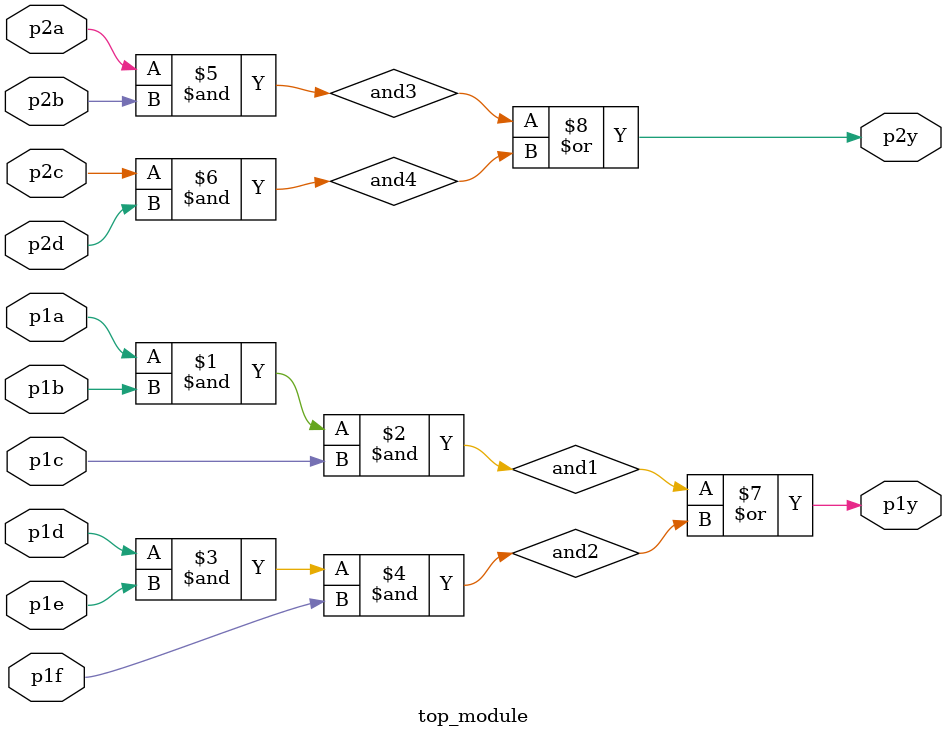
<source format=sv>
module top_module(
    input p1a, 
    input p1b, 
    input p1c, 
    input p1d,
    input p1e,
    input p1f,
    output p1y, 
    input p2a, 
    input p2b, 
    input p2c, 
    input p2d, 
    output p2y
);

    wire and1, and2, and3, and4;

    // 3-input AND gates for p1y
    assign and1 = p1a & p1b & p1c;
    assign and2 = p1d & p1e & p1f;

    // 2-input AND gates for p2y
    assign and3 = p2a & p2b;
    assign and4 = p2c & p2d;

    // OR gates
    assign p1y = and1 | and2;
    assign p2y = and3 | and4;

endmodule

</source>
